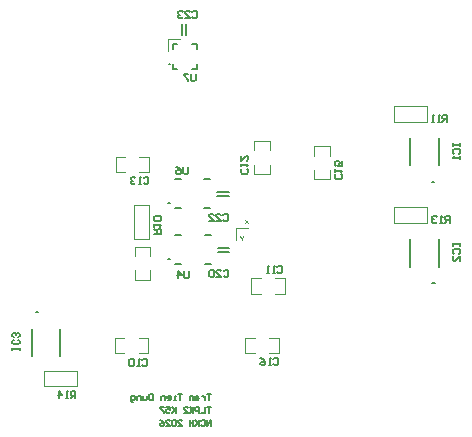
<source format=gbo>
G04*
G04 #@! TF.GenerationSoftware,Altium Limited,Altium Designer,23.7.1 (13)*
G04*
G04 Layer_Color=32896*
%FSLAX44Y44*%
%MOMM*%
G71*
G04*
G04 #@! TF.SameCoordinates,CA0AFEA4-99C7-4052-BA11-7F101D67CBD2*
G04*
G04*
G04 #@! TF.FilePolarity,Positive*
G04*
G01*
G75*
%ADD10C,0.2000*%
%ADD13C,0.1500*%
%ADD14C,0.1270*%
%ADD15C,0.1200*%
%ADD108C,0.1000*%
D10*
X-144000Y-144249D02*
X-143000D01*
Y-138251D01*
X-142001Y-139251D01*
X-140001D02*
Y-141250D01*
X-139002Y-142250D01*
X-136002D01*
Y-144249D02*
Y-138251D01*
X-139002D01*
X-140001Y-139251D01*
X-138002Y-142250D02*
X-140001Y-144249D01*
X-142001D02*
X-144000D01*
X-146999Y-141250D02*
X-150998D01*
X-149998Y-144249D02*
Y-138251D01*
X-146999Y-141250D01*
X-90498Y-115749D02*
X-89498Y-116749D01*
X-87499D01*
X-86499Y-115749D01*
Y-111751D01*
X-87499Y-110751D01*
X-89498D01*
X-90498Y-111751D01*
Y-115749D01*
X-83500Y-116749D02*
X-82500D01*
Y-110751D01*
X-81501Y-111751D01*
X-79501D02*
X-78502Y-110751D01*
X-76502D01*
X-75503Y-111751D01*
Y-115749D01*
X-76502Y-116749D01*
X-78502D01*
X-79501Y-115749D01*
X-81501Y-116749D02*
X-83500D01*
X-19498Y-41499D02*
X-18499Y-40499D01*
Y-36501D01*
X-19498Y-35501D01*
X-21498D01*
X-22497Y-36501D01*
Y-40499D01*
X-21498Y-41499D01*
X-19498D01*
X-16499D02*
X-12501D01*
X-16499Y-37500D01*
Y-36501D01*
X-15500Y-35501D01*
X-13500D01*
X-12501Y-36501D01*
X-10501D02*
X-9502Y-35501D01*
X-7502D01*
X-6503Y-36501D01*
Y-40499D01*
X-7502Y-41499D01*
X-9502D01*
X-10501Y-40499D01*
X26002Y-37999D02*
X27002D01*
Y-32001D01*
X28001Y-33001D01*
Y-37999D02*
X26002D01*
X31000D02*
X32000D01*
Y-32001D01*
X33000Y-33001D01*
X34999D02*
X35999Y-32001D01*
X37998D01*
X38998Y-33001D01*
Y-36999D01*
X37998Y-37999D01*
X35999D01*
X34999Y-36999D01*
X33000Y-37999D02*
X31000D01*
X-7003Y6751D02*
X-8002Y5751D01*
X-10002D01*
X-11001Y6751D01*
X-13001Y5751D02*
X-16999Y9750D01*
Y10749D01*
X-16000Y11749D01*
X-14000D01*
X-13001Y10749D01*
X-11001D02*
X-10002Y11749D01*
X-8002D01*
X-7003Y10749D01*
Y6751D01*
X-13001Y5751D02*
X-16999D01*
X-18999D02*
X-22997Y9750D01*
Y10749D01*
X-21998Y11749D01*
X-19998D01*
X-18999Y10749D01*
Y5751D02*
X-22997D01*
X4501Y47002D02*
Y49001D01*
X5501Y50001D01*
X9499D02*
X10499Y49001D01*
Y47002D01*
X9499Y46002D01*
X5501D01*
X4501Y47002D01*
X9499Y52000D02*
X10499Y53000D01*
X4501D01*
Y54000D01*
Y52000D01*
Y56999D02*
X8500Y60998D01*
X9499D01*
X10499Y59998D01*
Y57998D01*
X9499Y56999D01*
X4501D02*
Y60998D01*
X-40502Y51749D02*
Y46751D01*
X-41501Y45751D01*
X-43501D01*
X-44500Y46751D01*
Y51749D01*
X-46500Y48750D02*
Y46751D01*
X-47499Y45751D01*
X-49499D01*
X-50498Y46751D01*
Y47750D01*
X-49499Y48750D01*
X-46500D01*
X-48499Y50749D01*
X-50498Y51749D01*
X-75252Y42999D02*
X-74253Y41999D01*
Y38001D01*
X-75252Y37001D01*
X-77252D01*
X-78251Y38001D01*
X-80251Y37001D02*
X-82250D01*
X-81250D01*
Y42999D01*
X-80251Y41999D01*
X-78251D02*
X-77252Y42999D01*
X-75252D01*
X-86249D02*
X-88248D01*
X-89248Y41999D01*
Y41000D01*
X-88248Y40000D01*
X-87248D01*
X-88248D01*
X-89248Y39000D01*
Y38001D01*
X-88248Y37001D01*
X-86249D01*
X-85249Y38001D01*
Y41999D02*
X-86249Y42999D01*
X-57940Y21060D02*
X-55940D01*
X-57940D01*
X-63251Y8998D02*
X-64251Y9998D01*
X-68249D01*
X-69249Y8998D01*
Y6999D01*
X-68249Y5999D01*
X-64251D01*
X-63251Y6999D01*
Y8998D01*
Y2000D02*
X-64251Y1001D01*
Y-999D02*
X-66250D01*
X-67250Y-1998D01*
Y-4998D01*
X-69249D02*
X-63251D01*
Y-1998D01*
X-64251Y-999D01*
X-63251Y2000D02*
X-69249D01*
Y3000D01*
Y1001D01*
Y-999D02*
X-67250Y-2998D01*
X-57500Y-26500D02*
X-55500D01*
X-57500D01*
X-48999Y-36501D02*
X-46000Y-39500D01*
X-49998D01*
X-48999Y-42499D02*
Y-36501D01*
X-44000D02*
Y-41499D01*
X-43001Y-42499D01*
X-41001D01*
X-40002Y-41499D01*
Y-36501D01*
X20668Y-110251D02*
X22668Y-111251D01*
X24667Y-113250D01*
Y-115249D01*
X23668Y-116249D01*
X21668D01*
X20668Y-115249D01*
Y-114250D01*
X21668Y-113250D01*
X24667D01*
X27666Y-116249D02*
X28666D01*
Y-110251D01*
X29666Y-111251D01*
Y-116249D02*
X27666D01*
X32664D02*
X31665Y-115249D01*
X32664Y-116249D02*
X34664D01*
X35664Y-115249D01*
Y-111251D01*
X34664Y-110251D01*
X32664D01*
X31665Y-111251D01*
X166270Y-46520D02*
X168270D01*
X166270D01*
X183751Y-26998D02*
Y-24999D01*
X184751Y-23999D01*
Y-21999D02*
X183751Y-21000D01*
Y-19001D01*
X184751Y-18001D01*
X188749D01*
X189749Y-19001D01*
Y-21000D01*
X188749Y-21999D01*
X189749Y-23999D02*
X185750Y-27998D01*
X184751D01*
X183751Y-26998D01*
X189749Y-27998D02*
Y-23999D01*
Y-15002D02*
Y-13003D01*
Y-14002D01*
X183751D01*
Y-15002D01*
Y-13003D01*
X180998Y4251D02*
Y10249D01*
X177999D01*
X176999Y9249D01*
Y7250D01*
X177999Y6250D01*
X180998D01*
X178998D02*
X176999Y4251D01*
X175000D02*
X173000D01*
X174000D01*
Y10249D01*
X175000Y9249D01*
X170001D02*
X169002Y10249D01*
X167002D01*
X166002Y9249D01*
Y8250D01*
X167002Y7250D01*
X168002D01*
X167002D01*
X166002Y6250D01*
Y5251D01*
X167002Y4251D01*
X169002D01*
X170001Y5251D01*
X168020Y39230D02*
X166020D01*
X168020D01*
X183751Y59502D02*
X184751Y60501D01*
Y62501D02*
X183751Y63500D01*
Y65500D01*
X184751Y66500D01*
X188749D01*
X189749Y65500D01*
Y63500D01*
X188749Y62501D01*
X189749Y60501D02*
Y58502D01*
Y59502D01*
X183751D01*
Y69499D02*
Y70498D01*
X189749D01*
Y71498D01*
Y69499D01*
X183751D02*
Y71498D01*
X178748Y89751D02*
Y95749D01*
X175749D01*
X174749Y94749D01*
Y92750D01*
X175749Y91750D01*
X178748D01*
X176749D02*
X174749Y89751D01*
X172750D02*
X170750D01*
X171750D01*
Y95749D01*
X172750Y94749D01*
X167751D02*
X166752Y95749D01*
Y89751D01*
X165752D01*
X167751D01*
X89749Y56498D02*
Y52499D01*
X86750D01*
X87750Y54498D01*
Y55498D01*
X86750Y56498D01*
X84751D01*
X83751Y55498D01*
Y53499D01*
X84751Y52499D01*
X83751Y49500D02*
Y48500D01*
X89749D01*
X88749Y47501D01*
Y45501D02*
X89749Y44502D01*
Y42502D01*
X88749Y41502D01*
X84751D01*
X83751Y42502D01*
Y44502D01*
X84751Y45501D01*
X83751Y47501D02*
Y49500D01*
X-33003Y178501D02*
X-34002Y177501D01*
X-36002D01*
X-37001Y178501D01*
X-39001Y177501D02*
X-42999Y181500D01*
Y182499D01*
X-42000Y183499D01*
X-40000D01*
X-39001Y182499D01*
X-37001D02*
X-36002Y183499D01*
X-34002D01*
X-33003Y182499D01*
Y178501D01*
X-39001Y177501D02*
X-42999D01*
X-45998D02*
X-44999Y178501D01*
X-45998Y177501D02*
X-47998D01*
X-48997Y178501D01*
Y179500D01*
X-47998Y180500D01*
X-46998D01*
X-47998D01*
X-48997Y181500D01*
Y182499D01*
X-47998Y183499D01*
X-45998D01*
X-44999Y182499D01*
X-44248Y130499D02*
Y129499D01*
X-40250Y125501D01*
Y124501D01*
X-37251D02*
X-38250Y125501D01*
Y130499D01*
X-40250D02*
X-44248D01*
X-34252D02*
Y125501D01*
X-35251Y124501D01*
X-37251D01*
X-167310Y-71480D02*
X-169310D01*
X-167310D01*
X-183251Y-89752D02*
X-184251Y-88752D01*
X-185250D01*
X-186250Y-89752D01*
Y-90752D01*
Y-89752D01*
X-187250Y-88752D01*
X-188249D01*
X-189249Y-89752D01*
Y-91751D01*
X-188249Y-92751D01*
Y-94750D02*
X-189249Y-95750D01*
Y-97750D01*
X-188249Y-98749D01*
X-184251D01*
X-183251Y-97750D01*
Y-95750D01*
X-184251Y-94750D01*
Y-92751D02*
X-183251Y-91751D01*
Y-89752D01*
Y-101748D02*
Y-102748D01*
X-189249D01*
Y-103748D01*
Y-101748D01*
X-183251D02*
Y-103748D01*
D13*
X-45992Y-167500D02*
X-49324Y-164168D01*
Y-163335D01*
X-48491Y-162502D01*
X-46825D01*
X-45992Y-163335D01*
Y-167500D02*
X-49324D01*
X-51823D02*
X-50990Y-166667D01*
Y-163335D01*
X-51823Y-162502D01*
X-53489D01*
X-54322Y-163335D01*
Y-166667D01*
X-53489Y-167500D01*
X-51823D01*
X-55988D02*
X-59321Y-164168D01*
Y-163335D01*
X-58488Y-162502D01*
X-56822D01*
X-55988Y-163335D01*
Y-167500D02*
X-59321D01*
X-60987Y-166667D02*
X-61820Y-167500D01*
X-63486D01*
X-64319Y-166667D01*
Y-165834D01*
X-63486Y-165001D01*
X-60987D01*
Y-166667D01*
Y-165001D02*
X-62653Y-163335D01*
X-64319Y-162502D01*
X-60987Y-156463D02*
Y-155630D01*
X-64319Y-152298D01*
Y-151465D01*
X-60987D01*
X-59321D02*
X-55988D01*
Y-153964D01*
X-57655Y-153131D01*
X-58488D01*
X-59321Y-153964D01*
Y-155630D01*
X-58488Y-156463D01*
X-56822D01*
X-55988Y-155630D01*
X-54322Y-156463D02*
X-51823Y-153964D01*
X-54322Y-151465D01*
X-50990Y-154797D01*
Y-156463D01*
Y-151465D01*
Y-145426D02*
X-52656D01*
X-51823D01*
Y-142094D01*
X-50990D01*
X-49324Y-140428D02*
X-47658D01*
Y-145426D01*
X-49324Y-140428D02*
X-45992D01*
X-38494Y-142094D02*
X-39327Y-142927D01*
Y-145426D01*
X-35995D02*
Y-142094D01*
X-38494D01*
X-33496D02*
X-34329Y-142927D01*
Y-145426D01*
X-31830D01*
X-30997Y-144593D01*
X-31830Y-143760D01*
X-34329D01*
X-33496Y-142094D02*
X-31830D01*
X-28498D02*
X-27664D01*
X-26831Y-142927D01*
X-25998Y-143760D01*
Y-145426D01*
Y-142094D01*
X-24332Y-140428D02*
X-22666D01*
Y-145426D01*
Y-151465D02*
Y-156463D01*
X-25998D02*
X-29331D01*
X-30997D02*
Y-151465D01*
X-33496D01*
X-34329Y-152298D01*
Y-153964D01*
X-33496Y-154797D01*
X-30997D01*
X-35995D02*
X-39327Y-151465D01*
X-36828Y-153964D01*
X-39327Y-156463D01*
X-40993D02*
X-44326Y-153131D01*
Y-152298D01*
X-43493Y-151465D01*
X-41827D01*
X-40993Y-152298D01*
X-35995Y-151465D02*
Y-156463D01*
Y-154797D01*
X-25998Y-151465D02*
Y-156463D01*
Y-163335D02*
Y-166667D01*
X-26831Y-167500D01*
X-28498D01*
X-29331Y-166667D01*
X-30997Y-165834D02*
X-34329Y-162502D01*
X-31830Y-165001D01*
X-34329Y-167500D01*
X-35995D02*
Y-165001D01*
X-39327D01*
Y-162502D01*
Y-167500D01*
X-35995D02*
Y-162502D01*
X-30997D02*
Y-167500D01*
Y-165834D01*
X-29331Y-163335D02*
X-28498Y-162502D01*
X-26831D01*
X-25998Y-163335D01*
X-24332Y-162502D02*
Y-167500D01*
X-21000Y-162502D01*
Y-167500D01*
X-40993Y-156463D02*
X-44326D01*
X-24332Y-151465D02*
X-22666D01*
X-21000D02*
X-24332D01*
Y-140428D02*
X-21000D01*
X-55156Y-142927D02*
X-55989Y-142094D01*
X-57655D01*
X-58488Y-142927D01*
Y-143760D01*
X-55156D01*
Y-144593D02*
Y-142927D01*
Y-144593D02*
X-55989Y-145426D01*
X-57655D01*
X-60154D02*
Y-142094D01*
X-62653D01*
X-63486Y-142927D01*
Y-145426D01*
X-70151D02*
X-72650D01*
X-73483Y-144593D01*
Y-141261D01*
X-72650Y-140428D01*
X-70151D01*
Y-145426D01*
X-75149Y-144593D02*
X-75982Y-145426D01*
X-78481D01*
Y-142094D01*
X-80147D02*
X-82647D01*
X-83480Y-142927D01*
Y-145426D01*
X-85146Y-144593D02*
X-85979Y-145426D01*
X-88478D01*
Y-146259D02*
Y-142094D01*
X-85979D01*
X-85146Y-142927D01*
Y-144593D01*
X-86812Y-147092D02*
X-87645D01*
X-88478Y-146259D01*
X-80147Y-145426D02*
Y-142094D01*
X-75149D02*
Y-144593D01*
X-57060Y139100D02*
X-55560D01*
X-57060D01*
D14*
X-172860Y-108230D02*
Y-85230D01*
X-148760D02*
Y-108230D01*
X-51500Y-31000D02*
X-46400D01*
X-26600D02*
X-21500D01*
X-15512Y-20528D02*
X-5988D01*
Y-16972D02*
X-15512D01*
X-21940Y16560D02*
X-27040D01*
X-26600Y-6000D02*
X-21500D01*
X-46840Y16560D02*
X-51940D01*
X-51500Y-6000D02*
X-46400D01*
X-15762Y27222D02*
X-6238D01*
Y30778D02*
X-15762D01*
X-21940Y41560D02*
X-27040D01*
X-46840D02*
X-51940D01*
X-37110Y134890D02*
X-33100D01*
Y138900D01*
Y151300D02*
Y155310D01*
X-37110D01*
X-42222Y162988D02*
Y172512D01*
X-45778D02*
Y162988D01*
X-49510Y155310D02*
X-53520D01*
Y151300D01*
Y138900D02*
Y134890D01*
X-49510D01*
X147720Y-32770D02*
Y-9770D01*
X171820Y-32770D02*
Y-9770D01*
X171570Y52980D02*
Y75980D01*
X147470D02*
Y52980D01*
D15*
X-134650Y-134100D02*
Y-120900D01*
X-162850D01*
Y-134100D01*
X-134650D01*
X-102600Y-106100D02*
Y-92900D01*
X-94500D01*
X-82500D02*
X-74400D01*
Y-106100D01*
X-82500D01*
X-94500D02*
X-102600D01*
X-85850Y-44100D02*
X-72650D01*
Y-36000D01*
X-85850D02*
Y-44100D01*
Y-24000D02*
Y-15900D01*
X-72650D01*
Y-24000D01*
X-73400Y-9100D02*
Y19100D01*
X-86600D01*
Y-9100D01*
X-73400D01*
X-73650Y47150D02*
Y60350D01*
X-81750D01*
X-93750D02*
X-101850D01*
Y47150D01*
X-93750D01*
X-81750D02*
X-73650D01*
X13150Y-55600D02*
X21250D01*
X13150D02*
Y-42400D01*
X21250D01*
X33250Y-55600D02*
X41350D01*
Y-42400D01*
X33250D01*
X28000Y-92900D02*
X36100D01*
Y-106100D01*
X28000D01*
X16000D02*
X7900D01*
Y-92900D01*
X16000D01*
X133650Y4150D02*
Y17350D01*
X161850D01*
Y4150D01*
X133650D01*
X161600Y89650D02*
Y102850D01*
X133400D01*
Y89650D01*
X161600D01*
X79600Y69350D02*
Y61250D01*
Y69350D02*
X66400D01*
Y61250D01*
Y49250D02*
Y41150D01*
X79600D01*
Y49250D01*
X28600Y73600D02*
X15400D01*
Y65500D01*
Y53500D02*
Y45400D01*
X28600D01*
Y53500D01*
Y65500D02*
Y73600D01*
D108*
X4750Y-10000D02*
Y-8500D01*
X5749Y-7501D01*
Y-7001D01*
X4750Y-8500D02*
X3750Y-7501D01*
Y-7001D01*
X0Y-10000D02*
Y0D01*
X10000D01*
X9999Y3750D02*
X8000Y6749D01*
X9999D02*
X8000Y3750D01*
X-57500Y149750D02*
Y159750D01*
X-47500D01*
M02*

</source>
